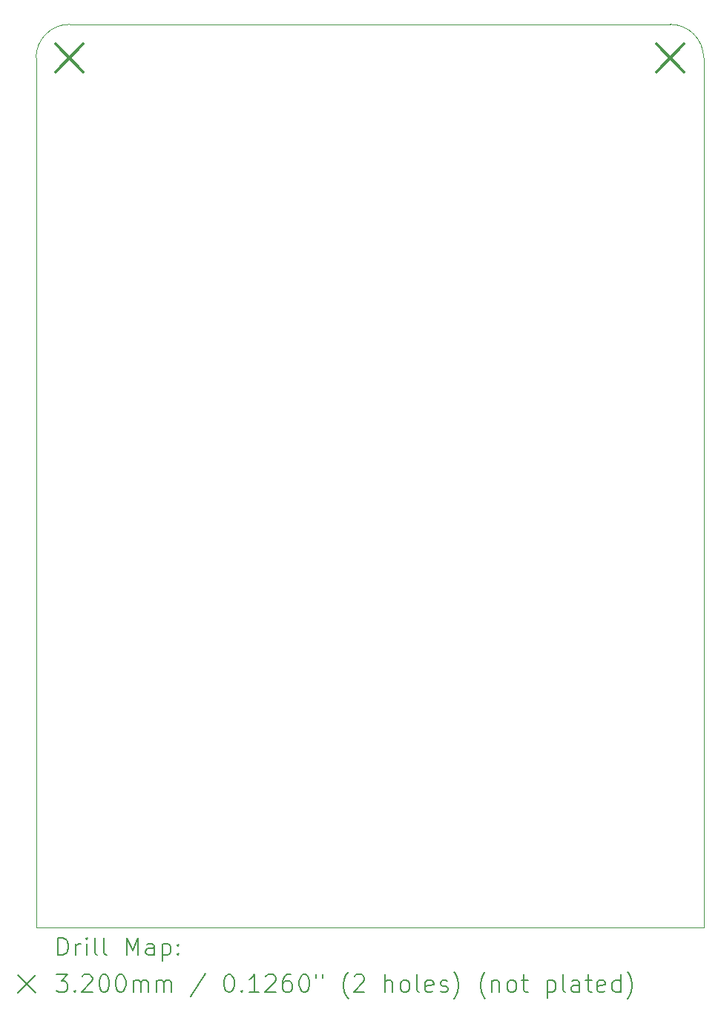
<source format=gbr>
%FSLAX45Y45*%
G04 Gerber Fmt 4.5, Leading zero omitted, Abs format (unit mm)*
G04 Created by KiCad (PCBNEW (6.0.0)) date 2022-03-13 19:29:44*
%MOMM*%
%LPD*%
G01*
G04 APERTURE LIST*
%TA.AperFunction,Profile*%
%ADD10C,0.100000*%
%TD*%
%ADD11C,0.200000*%
%ADD12C,0.320000*%
G04 APERTURE END LIST*
D10*
X10922000Y-4064000D02*
X10922000Y-13981000D01*
X18542000Y-4064000D02*
G75*
G03*
X18161000Y-3683000I-381000J0D01*
G01*
X11303000Y-3683000D02*
G75*
G03*
X10922000Y-4064000I0J-381000D01*
G01*
X18542000Y-4064000D02*
X18542000Y-13981000D01*
X10922000Y-13981000D02*
X18542000Y-13981000D01*
X11303000Y-3683000D02*
X18161000Y-3683000D01*
D11*
D12*
X11143000Y-3904000D02*
X11463000Y-4224000D01*
X11463000Y-3904000D02*
X11143000Y-4224000D01*
X18001000Y-3904000D02*
X18321000Y-4224000D01*
X18321000Y-3904000D02*
X18001000Y-4224000D01*
D11*
X11174619Y-14296476D02*
X11174619Y-14096476D01*
X11222238Y-14096476D01*
X11250809Y-14106000D01*
X11269857Y-14125048D01*
X11279381Y-14144095D01*
X11288905Y-14182190D01*
X11288905Y-14210762D01*
X11279381Y-14248857D01*
X11269857Y-14267905D01*
X11250809Y-14286952D01*
X11222238Y-14296476D01*
X11174619Y-14296476D01*
X11374619Y-14296476D02*
X11374619Y-14163143D01*
X11374619Y-14201238D02*
X11384143Y-14182190D01*
X11393667Y-14172667D01*
X11412714Y-14163143D01*
X11431762Y-14163143D01*
X11498428Y-14296476D02*
X11498428Y-14163143D01*
X11498428Y-14096476D02*
X11488905Y-14106000D01*
X11498428Y-14115524D01*
X11507952Y-14106000D01*
X11498428Y-14096476D01*
X11498428Y-14115524D01*
X11622238Y-14296476D02*
X11603190Y-14286952D01*
X11593667Y-14267905D01*
X11593667Y-14096476D01*
X11727000Y-14296476D02*
X11707952Y-14286952D01*
X11698428Y-14267905D01*
X11698428Y-14096476D01*
X11955571Y-14296476D02*
X11955571Y-14096476D01*
X12022238Y-14239333D01*
X12088905Y-14096476D01*
X12088905Y-14296476D01*
X12269857Y-14296476D02*
X12269857Y-14191714D01*
X12260333Y-14172667D01*
X12241286Y-14163143D01*
X12203190Y-14163143D01*
X12184143Y-14172667D01*
X12269857Y-14286952D02*
X12250809Y-14296476D01*
X12203190Y-14296476D01*
X12184143Y-14286952D01*
X12174619Y-14267905D01*
X12174619Y-14248857D01*
X12184143Y-14229809D01*
X12203190Y-14220286D01*
X12250809Y-14220286D01*
X12269857Y-14210762D01*
X12365095Y-14163143D02*
X12365095Y-14363143D01*
X12365095Y-14172667D02*
X12384143Y-14163143D01*
X12422238Y-14163143D01*
X12441286Y-14172667D01*
X12450809Y-14182190D01*
X12460333Y-14201238D01*
X12460333Y-14258381D01*
X12450809Y-14277428D01*
X12441286Y-14286952D01*
X12422238Y-14296476D01*
X12384143Y-14296476D01*
X12365095Y-14286952D01*
X12546048Y-14277428D02*
X12555571Y-14286952D01*
X12546048Y-14296476D01*
X12536524Y-14286952D01*
X12546048Y-14277428D01*
X12546048Y-14296476D01*
X12546048Y-14172667D02*
X12555571Y-14182190D01*
X12546048Y-14191714D01*
X12536524Y-14182190D01*
X12546048Y-14172667D01*
X12546048Y-14191714D01*
X10717000Y-14526000D02*
X10917000Y-14726000D01*
X10917000Y-14526000D02*
X10717000Y-14726000D01*
X11155571Y-14516476D02*
X11279381Y-14516476D01*
X11212714Y-14592667D01*
X11241286Y-14592667D01*
X11260333Y-14602190D01*
X11269857Y-14611714D01*
X11279381Y-14630762D01*
X11279381Y-14678381D01*
X11269857Y-14697428D01*
X11260333Y-14706952D01*
X11241286Y-14716476D01*
X11184143Y-14716476D01*
X11165095Y-14706952D01*
X11155571Y-14697428D01*
X11365095Y-14697428D02*
X11374619Y-14706952D01*
X11365095Y-14716476D01*
X11355571Y-14706952D01*
X11365095Y-14697428D01*
X11365095Y-14716476D01*
X11450809Y-14535524D02*
X11460333Y-14526000D01*
X11479381Y-14516476D01*
X11527000Y-14516476D01*
X11546048Y-14526000D01*
X11555571Y-14535524D01*
X11565095Y-14554571D01*
X11565095Y-14573619D01*
X11555571Y-14602190D01*
X11441286Y-14716476D01*
X11565095Y-14716476D01*
X11688905Y-14516476D02*
X11707952Y-14516476D01*
X11727000Y-14526000D01*
X11736524Y-14535524D01*
X11746048Y-14554571D01*
X11755571Y-14592667D01*
X11755571Y-14640286D01*
X11746048Y-14678381D01*
X11736524Y-14697428D01*
X11727000Y-14706952D01*
X11707952Y-14716476D01*
X11688905Y-14716476D01*
X11669857Y-14706952D01*
X11660333Y-14697428D01*
X11650809Y-14678381D01*
X11641286Y-14640286D01*
X11641286Y-14592667D01*
X11650809Y-14554571D01*
X11660333Y-14535524D01*
X11669857Y-14526000D01*
X11688905Y-14516476D01*
X11879381Y-14516476D02*
X11898428Y-14516476D01*
X11917476Y-14526000D01*
X11927000Y-14535524D01*
X11936524Y-14554571D01*
X11946048Y-14592667D01*
X11946048Y-14640286D01*
X11936524Y-14678381D01*
X11927000Y-14697428D01*
X11917476Y-14706952D01*
X11898428Y-14716476D01*
X11879381Y-14716476D01*
X11860333Y-14706952D01*
X11850809Y-14697428D01*
X11841286Y-14678381D01*
X11831762Y-14640286D01*
X11831762Y-14592667D01*
X11841286Y-14554571D01*
X11850809Y-14535524D01*
X11860333Y-14526000D01*
X11879381Y-14516476D01*
X12031762Y-14716476D02*
X12031762Y-14583143D01*
X12031762Y-14602190D02*
X12041286Y-14592667D01*
X12060333Y-14583143D01*
X12088905Y-14583143D01*
X12107952Y-14592667D01*
X12117476Y-14611714D01*
X12117476Y-14716476D01*
X12117476Y-14611714D02*
X12127000Y-14592667D01*
X12146048Y-14583143D01*
X12174619Y-14583143D01*
X12193667Y-14592667D01*
X12203190Y-14611714D01*
X12203190Y-14716476D01*
X12298428Y-14716476D02*
X12298428Y-14583143D01*
X12298428Y-14602190D02*
X12307952Y-14592667D01*
X12327000Y-14583143D01*
X12355571Y-14583143D01*
X12374619Y-14592667D01*
X12384143Y-14611714D01*
X12384143Y-14716476D01*
X12384143Y-14611714D02*
X12393667Y-14592667D01*
X12412714Y-14583143D01*
X12441286Y-14583143D01*
X12460333Y-14592667D01*
X12469857Y-14611714D01*
X12469857Y-14716476D01*
X12860333Y-14506952D02*
X12688905Y-14764095D01*
X13117476Y-14516476D02*
X13136524Y-14516476D01*
X13155571Y-14526000D01*
X13165095Y-14535524D01*
X13174619Y-14554571D01*
X13184143Y-14592667D01*
X13184143Y-14640286D01*
X13174619Y-14678381D01*
X13165095Y-14697428D01*
X13155571Y-14706952D01*
X13136524Y-14716476D01*
X13117476Y-14716476D01*
X13098428Y-14706952D01*
X13088905Y-14697428D01*
X13079381Y-14678381D01*
X13069857Y-14640286D01*
X13069857Y-14592667D01*
X13079381Y-14554571D01*
X13088905Y-14535524D01*
X13098428Y-14526000D01*
X13117476Y-14516476D01*
X13269857Y-14697428D02*
X13279381Y-14706952D01*
X13269857Y-14716476D01*
X13260333Y-14706952D01*
X13269857Y-14697428D01*
X13269857Y-14716476D01*
X13469857Y-14716476D02*
X13355571Y-14716476D01*
X13412714Y-14716476D02*
X13412714Y-14516476D01*
X13393667Y-14545048D01*
X13374619Y-14564095D01*
X13355571Y-14573619D01*
X13546048Y-14535524D02*
X13555571Y-14526000D01*
X13574619Y-14516476D01*
X13622238Y-14516476D01*
X13641286Y-14526000D01*
X13650809Y-14535524D01*
X13660333Y-14554571D01*
X13660333Y-14573619D01*
X13650809Y-14602190D01*
X13536524Y-14716476D01*
X13660333Y-14716476D01*
X13831762Y-14516476D02*
X13793667Y-14516476D01*
X13774619Y-14526000D01*
X13765095Y-14535524D01*
X13746048Y-14564095D01*
X13736524Y-14602190D01*
X13736524Y-14678381D01*
X13746048Y-14697428D01*
X13755571Y-14706952D01*
X13774619Y-14716476D01*
X13812714Y-14716476D01*
X13831762Y-14706952D01*
X13841286Y-14697428D01*
X13850809Y-14678381D01*
X13850809Y-14630762D01*
X13841286Y-14611714D01*
X13831762Y-14602190D01*
X13812714Y-14592667D01*
X13774619Y-14592667D01*
X13755571Y-14602190D01*
X13746048Y-14611714D01*
X13736524Y-14630762D01*
X13974619Y-14516476D02*
X13993667Y-14516476D01*
X14012714Y-14526000D01*
X14022238Y-14535524D01*
X14031762Y-14554571D01*
X14041286Y-14592667D01*
X14041286Y-14640286D01*
X14031762Y-14678381D01*
X14022238Y-14697428D01*
X14012714Y-14706952D01*
X13993667Y-14716476D01*
X13974619Y-14716476D01*
X13955571Y-14706952D01*
X13946048Y-14697428D01*
X13936524Y-14678381D01*
X13927000Y-14640286D01*
X13927000Y-14592667D01*
X13936524Y-14554571D01*
X13946048Y-14535524D01*
X13955571Y-14526000D01*
X13974619Y-14516476D01*
X14117476Y-14516476D02*
X14117476Y-14554571D01*
X14193667Y-14516476D02*
X14193667Y-14554571D01*
X14488905Y-14792667D02*
X14479381Y-14783143D01*
X14460333Y-14754571D01*
X14450809Y-14735524D01*
X14441286Y-14706952D01*
X14431762Y-14659333D01*
X14431762Y-14621238D01*
X14441286Y-14573619D01*
X14450809Y-14545048D01*
X14460333Y-14526000D01*
X14479381Y-14497428D01*
X14488905Y-14487905D01*
X14555571Y-14535524D02*
X14565095Y-14526000D01*
X14584143Y-14516476D01*
X14631762Y-14516476D01*
X14650809Y-14526000D01*
X14660333Y-14535524D01*
X14669857Y-14554571D01*
X14669857Y-14573619D01*
X14660333Y-14602190D01*
X14546048Y-14716476D01*
X14669857Y-14716476D01*
X14907952Y-14716476D02*
X14907952Y-14516476D01*
X14993667Y-14716476D02*
X14993667Y-14611714D01*
X14984143Y-14592667D01*
X14965095Y-14583143D01*
X14936524Y-14583143D01*
X14917476Y-14592667D01*
X14907952Y-14602190D01*
X15117476Y-14716476D02*
X15098428Y-14706952D01*
X15088905Y-14697428D01*
X15079381Y-14678381D01*
X15079381Y-14621238D01*
X15088905Y-14602190D01*
X15098428Y-14592667D01*
X15117476Y-14583143D01*
X15146048Y-14583143D01*
X15165095Y-14592667D01*
X15174619Y-14602190D01*
X15184143Y-14621238D01*
X15184143Y-14678381D01*
X15174619Y-14697428D01*
X15165095Y-14706952D01*
X15146048Y-14716476D01*
X15117476Y-14716476D01*
X15298428Y-14716476D02*
X15279381Y-14706952D01*
X15269857Y-14687905D01*
X15269857Y-14516476D01*
X15450809Y-14706952D02*
X15431762Y-14716476D01*
X15393667Y-14716476D01*
X15374619Y-14706952D01*
X15365095Y-14687905D01*
X15365095Y-14611714D01*
X15374619Y-14592667D01*
X15393667Y-14583143D01*
X15431762Y-14583143D01*
X15450809Y-14592667D01*
X15460333Y-14611714D01*
X15460333Y-14630762D01*
X15365095Y-14649809D01*
X15536524Y-14706952D02*
X15555571Y-14716476D01*
X15593667Y-14716476D01*
X15612714Y-14706952D01*
X15622238Y-14687905D01*
X15622238Y-14678381D01*
X15612714Y-14659333D01*
X15593667Y-14649809D01*
X15565095Y-14649809D01*
X15546048Y-14640286D01*
X15536524Y-14621238D01*
X15536524Y-14611714D01*
X15546048Y-14592667D01*
X15565095Y-14583143D01*
X15593667Y-14583143D01*
X15612714Y-14592667D01*
X15688905Y-14792667D02*
X15698428Y-14783143D01*
X15717476Y-14754571D01*
X15727000Y-14735524D01*
X15736524Y-14706952D01*
X15746048Y-14659333D01*
X15746048Y-14621238D01*
X15736524Y-14573619D01*
X15727000Y-14545048D01*
X15717476Y-14526000D01*
X15698428Y-14497428D01*
X15688905Y-14487905D01*
X16050809Y-14792667D02*
X16041286Y-14783143D01*
X16022238Y-14754571D01*
X16012714Y-14735524D01*
X16003190Y-14706952D01*
X15993667Y-14659333D01*
X15993667Y-14621238D01*
X16003190Y-14573619D01*
X16012714Y-14545048D01*
X16022238Y-14526000D01*
X16041286Y-14497428D01*
X16050809Y-14487905D01*
X16127000Y-14583143D02*
X16127000Y-14716476D01*
X16127000Y-14602190D02*
X16136524Y-14592667D01*
X16155571Y-14583143D01*
X16184143Y-14583143D01*
X16203190Y-14592667D01*
X16212714Y-14611714D01*
X16212714Y-14716476D01*
X16336524Y-14716476D02*
X16317476Y-14706952D01*
X16307952Y-14697428D01*
X16298428Y-14678381D01*
X16298428Y-14621238D01*
X16307952Y-14602190D01*
X16317476Y-14592667D01*
X16336524Y-14583143D01*
X16365095Y-14583143D01*
X16384143Y-14592667D01*
X16393667Y-14602190D01*
X16403190Y-14621238D01*
X16403190Y-14678381D01*
X16393667Y-14697428D01*
X16384143Y-14706952D01*
X16365095Y-14716476D01*
X16336524Y-14716476D01*
X16460333Y-14583143D02*
X16536524Y-14583143D01*
X16488905Y-14516476D02*
X16488905Y-14687905D01*
X16498428Y-14706952D01*
X16517476Y-14716476D01*
X16536524Y-14716476D01*
X16755571Y-14583143D02*
X16755571Y-14783143D01*
X16755571Y-14592667D02*
X16774619Y-14583143D01*
X16812714Y-14583143D01*
X16831762Y-14592667D01*
X16841286Y-14602190D01*
X16850810Y-14621238D01*
X16850810Y-14678381D01*
X16841286Y-14697428D01*
X16831762Y-14706952D01*
X16812714Y-14716476D01*
X16774619Y-14716476D01*
X16755571Y-14706952D01*
X16965095Y-14716476D02*
X16946048Y-14706952D01*
X16936524Y-14687905D01*
X16936524Y-14516476D01*
X17127000Y-14716476D02*
X17127000Y-14611714D01*
X17117476Y-14592667D01*
X17098429Y-14583143D01*
X17060333Y-14583143D01*
X17041286Y-14592667D01*
X17127000Y-14706952D02*
X17107952Y-14716476D01*
X17060333Y-14716476D01*
X17041286Y-14706952D01*
X17031762Y-14687905D01*
X17031762Y-14668857D01*
X17041286Y-14649809D01*
X17060333Y-14640286D01*
X17107952Y-14640286D01*
X17127000Y-14630762D01*
X17193667Y-14583143D02*
X17269857Y-14583143D01*
X17222238Y-14516476D02*
X17222238Y-14687905D01*
X17231762Y-14706952D01*
X17250810Y-14716476D01*
X17269857Y-14716476D01*
X17412714Y-14706952D02*
X17393667Y-14716476D01*
X17355571Y-14716476D01*
X17336524Y-14706952D01*
X17327000Y-14687905D01*
X17327000Y-14611714D01*
X17336524Y-14592667D01*
X17355571Y-14583143D01*
X17393667Y-14583143D01*
X17412714Y-14592667D01*
X17422238Y-14611714D01*
X17422238Y-14630762D01*
X17327000Y-14649809D01*
X17593667Y-14716476D02*
X17593667Y-14516476D01*
X17593667Y-14706952D02*
X17574619Y-14716476D01*
X17536524Y-14716476D01*
X17517476Y-14706952D01*
X17507952Y-14697428D01*
X17498429Y-14678381D01*
X17498429Y-14621238D01*
X17507952Y-14602190D01*
X17517476Y-14592667D01*
X17536524Y-14583143D01*
X17574619Y-14583143D01*
X17593667Y-14592667D01*
X17669857Y-14792667D02*
X17679381Y-14783143D01*
X17698429Y-14754571D01*
X17707952Y-14735524D01*
X17717476Y-14706952D01*
X17727000Y-14659333D01*
X17727000Y-14621238D01*
X17717476Y-14573619D01*
X17707952Y-14545048D01*
X17698429Y-14526000D01*
X17679381Y-14497428D01*
X17669857Y-14487905D01*
M02*

</source>
